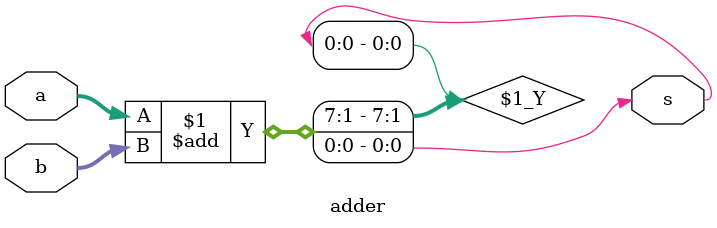
<source format=v>
module adder(a, b, s); 
input  [7:0] a;
input  [7:0] b;
output   s;  

assign s = a + b;    

endmodule
</source>
